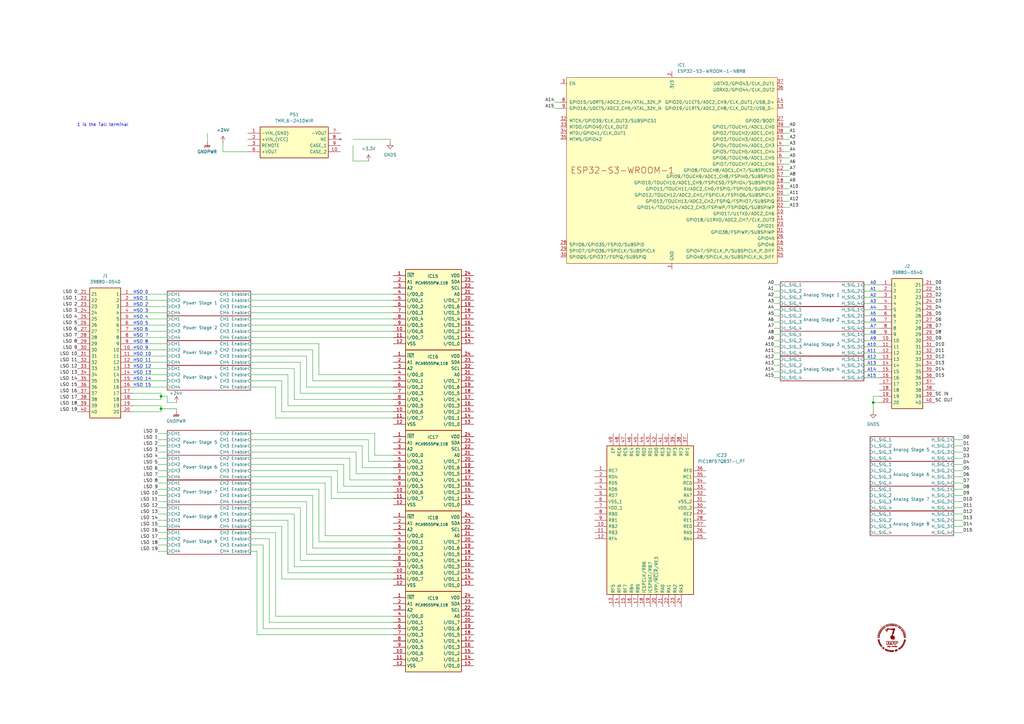
<source format=kicad_sch>
(kicad_sch (version 20231120) (generator "eeschema") (generator_version "8.0")
  (paper "A3")
  (title_block (title "PLC CIM") (date "2023-04-23") (rev "1") (company "UPB - FIIR - Roboți și sisteme de producție") (comment 1 "Alexandru-Ioan Anastasiu"))
  (lib_symbols
    (symbol "39880-0540:39880-0540"
      (property "Reference" "J" (at 19.05 7.62 0))
      (property "Value" "39880-0540" (at 19.05 5.08 0))
      (symbol "39880-0540_1_1"
        (pin passive line (at 22.86 0 180) (length 5.08) (name "1") (number "1"))
        (pin passive line (at 22.86 -22.86 180) (length 5.08) (name "10") (number "10"))
        (pin passive line (at 22.86 -25.4 180) (length 5.08) (name "11") (number "11"))
        (pin passive line (at 22.86 -27.94 180) (length 5.08) (name "12") (number "12"))
        (pin passive line (at 22.86 -30.48 180) (length 5.08) (name "13") (number "13"))
        (pin passive line (at 22.86 -33.02 180) (length 5.08) (name "14") (number "14"))
        (pin passive line (at 22.86 -35.56 180) (length 5.08) (name "15") (number "15"))
        (pin passive line (at 22.86 -38.1 180) (length 5.08) (name "16") (number "16"))
        (pin passive line (at 22.86 -40.64 180) (length 5.08) (name "17") (number "17"))
        (pin passive line (at 22.86 -43.18 180) (length 5.08) (name "18") (number "18"))
        (pin passive line (at 22.86 -45.72 180) (length 5.08) (name "19") (number "19"))
        (pin passive line (at 22.86 -2.54 180) (length 5.08) (name "2") (number "2"))
        (pin passive line (at 22.86 -48.26 180) (length 5.08) (name "20") (number "20"))
        (pin passive line (at 0 0 0) (length 5.08) (name "21") (number "21"))
        (pin passive line (at 0 -2.54 0) (length 5.08) (name "22") (number "22"))
        (pin passive line (at 0 -5.08 0) (length 5.08) (name "23") (number "23"))
        (pin passive line (at 0 -7.62 0) (length 5.08) (name "24") (number "24"))
        (pin passive line (at 0 -10.16 0) (length 5.08) (name "25") (number "25"))
        (pin passive line (at 0 -12.7 0) (length 5.08) (name "26") (number "26"))
        (pin passive line (at 0 -15.24 0) (length 5.08) (name "27") (number "27"))
        (pin passive line (at 0 -17.78 0) (length 5.08) (name "28") (number "28"))
        (pin passive line (at 0 -20.32 0) (length 5.08) (name "29") (number "29"))
        (pin passive line (at 22.86 -5.08 180) (length 5.08) (name "3") (number "3"))
        (pin passive line (at 0 -22.86 0) (length 5.08) (name "30") (number "30"))
        (pin passive line (at 0 -25.4 0) (length 5.08) (name "31") (number "31"))
        (pin passive line (at 0 -27.94 0) (length 5.08) (name "32") (number "32"))
        (pin passive line (at 0 -30.48 0) (length 5.08) (name "33") (number "33"))
        (pin passive line (at 0 -33.02 0) (length 5.08) (name "34") (number "34"))
        (pin passive line (at 0 -35.56 0) (length 5.08) (name "35") (number "35"))
        (pin passive line (at 0 -38.1 0) (length 5.08) (name "36") (number "36"))
        (pin passive line (at 0 -40.64 0) (length 5.08) (name "37") (number "37"))
        (pin passive line (at 0 -43.18 0) (length 5.08) (name "38") (number "38"))
        (pin passive line (at 0 -45.72 0) (length 5.08) (name "39") (number "39"))
        (pin passive line (at 22.86 -7.62 180) (length 5.08) (name "4") (number "4"))
        (pin passive line (at 0 -48.26 0) (length 5.08) (name "40") (number "40"))
        (pin passive line (at 22.86 -10.16 180) (length 5.08) (name "5") (number "5"))
        (pin passive line (at 22.86 -12.7 180) (length 5.08) (name "6") (number "6"))
        (pin passive line (at 22.86 -15.24 180) (length 5.08) (name "7") (number "7"))
        (pin passive line (at 22.86 -17.78 180) (length 5.08) (name "8") (number "8"))
        (pin passive line (at 22.86 -20.32 180) (length 5.08) (name "9") (number "9"))
      )
    )
    (symbol "Espressif:ESP32-S3-WROOM-1" (pin_names (offset 1.016))
      (property "Reference" "U" (at -43.18 43.18 0))
      (property "Value" "ESP32-S3-WROOM-1" (at -43.18 40.64 0))
      (symbol "ESP32-S3-WROOM-1_0_0"
        (text "ESP32-S3-WROOM-1" (at -20.32 0 0) (effects (font (size 2.54 2.54))))
        (pin power_in line (at 0 -40.64 90) (length 2.54) (name "GND") (number "1"))
        (pin bidirectional line (at 45.72 -17.78 180) (length 2.54) (name "GPIO17/U1TXD/ADC2_CH6") (number "10"))
        (pin bidirectional line (at 45.72 -20.32 180) (length 2.54) (name "GPIO18/U1RXD/ADC2_CH7/CLK_OUT3") (number "11"))
        (pin bidirectional line (at 45.72 0 180) (length 2.54) (name "GPIO8/TOUCH8/ADC1_CH7/SUBSPICS1") (number "12"))
        (pin bidirectional line (at 45.72 25.4 180) (length 2.54) (name "GPIO19/U1RTS/ADC2_CH8/CLK_OUT2/USB_D-") (number "13"))
        (pin bidirectional line (at 45.72 27.94 180) (length 2.54) (name "GPIO20/U1CTS/ADC2_CH9/CLK_OUT1/USB_D+") (number "14"))
        (pin bidirectional line (at 45.72 12.7 180) (length 2.54) (name "GPIO3/TOUCH3/ADC1_CH2") (number "15"))
        (pin bidirectional line (at 45.72 -30.48 180) (length 2.54) (name "GPIO46") (number "16"))
        (pin bidirectional line (at 45.72 -2.54 180) (length 2.54) (name "GPIO9/TOUCH9/ADC1_CH8/FSPIHD/SUBSPIHD") (number "17"))
        (pin bidirectional line (at 45.72 -5.08 180) (length 2.54) (name "GPIO10/TOUCH10/ADC1_CH9/FSPICS0/FSPIIO4/SUBSPICS0") (number "18"))
        (pin bidirectional line (at 45.72 -7.62 180) (length 2.54) (name "GPIO11/TOUCH11/ADC2_CH0/FSPID/FSPIIO5/SUBSPID") (number "19"))
        (pin power_in line (at 0 40.64 270) (length 2.54) (name "3V3") (number "2"))
        (pin bidirectional line (at 45.72 -10.16 180) (length 2.54) (name "GPIO12/TOUCH12/ADC2_CH1/FSPICLK/FSPIIO6/SUBSPICLK") (number "20"))
        (pin bidirectional line (at 45.72 -12.7 180) (length 2.54) (name "GPIO13/TOUCH13/ADC2_CH2/FSPIQ/FSPIIO7/SUBSPIQ") (number "21"))
        (pin bidirectional line (at 45.72 -15.24 180) (length 2.54) (name "GPIO14/TOUCH14/ADC2_CH3/FSPIWP/FSPIDQS/SUBSPIWP") (number "22"))
        (pin bidirectional line (at 45.72 -22.86 180) (length 2.54) (name "GPIO21") (number "23"))
        (pin bidirectional line (at 45.72 -33.02 180) (length 2.54) (name "GPIO47/SPICLK_P/SUBSPICLK_P_DIFF") (number "24"))
        (pin bidirectional line (at 45.72 -35.56 180) (length 2.54) (name "GPIO48/SPICLK_N/SUBSPICLK_N_DIFF") (number "25"))
        (pin bidirectional line (at 45.72 -27.94 180) (length 2.54) (name "GPIO45") (number "26"))
        (pin bidirectional line (at 45.72 20.32 180) (length 2.54) (name "GPIO0/BOOT") (number "27"))
        (pin bidirectional line (at -45.72 -30.48 0) (length 2.54) (name "SPIIO6/GPIO35/FSPID/SUBSPID") (number "28"))
        (pin bidirectional line (at -45.72 -33.02 0) (length 2.54) (name "SPIIO7/GPIO36/FSPICLK/SUBSPICLK") (number "29"))
        (pin input line (at -45.72 35.56 0) (length 2.54) (name "EN") (number "3"))
        (pin bidirectional line (at -45.72 -35.56 0) (length 2.54) (name "SPIDQS/GPIO37/FSPIQ/SUBSPIQ") (number "30"))
        (pin bidirectional line (at 45.72 -25.4 180) (length 2.54) (name "GPIO38/FSPIWP/SUBSPIWP") (number "31"))
        (pin bidirectional line (at -45.72 20.32 0) (length 2.54) (name "MTCK/GPIO39/CLK_OUT3/SUBSPICS1") (number "32"))
        (pin bidirectional line (at -45.72 17.78 0) (length 2.54) (name "MTDO/GPIO40/CLK_OUT2") (number "33"))
        (pin bidirectional line (at -45.72 15.24 0) (length 2.54) (name "MTDI/GPIO41/CLK_OUT1") (number "34"))
        (pin bidirectional line (at -45.72 12.7 0) (length 2.54) (name "MTMS/GPIO42") (number "35"))
        (pin bidirectional line (at 45.72 33.02 180) (length 2.54) (name "U0RXD/GPIO44/CLK_OUT2") (number "36"))
        (pin bidirectional line (at 45.72 35.56 180) (length 2.54) (name "U0TXD/GPIO43/CLK_OUT1") (number "37"))
        (pin bidirectional line (at 45.72 15.24 180) (length 2.54) (name "GPIO2/TOUCH2/ADC1_CH1") (number "38"))
        (pin bidirectional line (at 45.72 17.78 180) (length 2.54) (name "GPIO1/TOUCH1/ADC1_CH0") (number "39"))
        (pin bidirectional line (at 45.72 10.16 180) (length 2.54) (name "GPIO4/TOUCH4/ADC1_CH3") (number "4"))
        (pin passive line (at 0 -40.64 90) (length 2.54) hide (name "GND") (number "40"))
        (pin passive line (at 0 -40.64 90) (length 2.54) hide (name "GND") (number "41"))
        (pin bidirectional line (at 45.72 7.62 180) (length 2.54) (name "GPIO5/TOUCH5/ADC1_CH4") (number "5"))
        (pin bidirectional line (at 45.72 5.08 180) (length 2.54) (name "GPIO6/TOUCH6/ADC1_CH5") (number "6"))
        (pin bidirectional line (at 45.72 2.54 180) (length 2.54) (name "GPIO7/TOUCH7/ADC1_CH6") (number "7"))
        (pin bidirectional line (at -45.72 27.94 0) (length 2.54) (name "GPIO15/U0RTS/ADC2_CH4/XTAL_32K_P") (number "8"))
        (pin bidirectional line (at -45.72 25.4 0) (length 2.54) (name "GPIO16/U0CTS/ADC2_CH5/XTAL_32K_N") (number "9"))
      )
    )
    (symbol "PCA9555PW_118:PCA9555PW,118"
      (property "Reference" "IC" (at 29.21 7.62 0))
      (property "Value" "PCA9555PW,118" (at 29.21 5.08 0))
      (symbol "PCA9555PW,118_1_1"
        (pin passive line (at 0 0 0) (length 5.08) (name "~{INT}") (number "1"))
        (pin passive line (at 0 -22.86 0) (length 5.08) (name "I/O0_6") (number "10"))
        (pin passive line (at 0 -25.4 0) (length 5.08) (name "I/O0_7") (number "11"))
        (pin passive line (at 0 -27.94 0) (length 5.08) (name "VSS") (number "12"))
        (pin passive line (at 33.02 -27.94 180) (length 5.08) (name "I/O1_0") (number "13"))
        (pin passive line (at 33.02 -25.4 180) (length 5.08) (name "I/O1_1") (number "14"))
        (pin passive line (at 33.02 -22.86 180) (length 5.08) (name "I/O1_2") (number "15"))
        (pin passive line (at 33.02 -20.32 180) (length 5.08) (name "I/O1_3") (number "16"))
        (pin passive line (at 33.02 -17.78 180) (length 5.08) (name "I/O1_4") (number "17"))
        (pin passive line (at 33.02 -15.24 180) (length 5.08) (name "I/O1_5") (number "18"))
        (pin passive line (at 33.02 -12.7 180) (length 5.08) (name "I/O1_6") (number "19"))
        (pin passive line (at 0 -2.54 0) (length 5.08) (name "A1") (number "2"))
        (pin passive line (at 33.02 -10.16 180) (length 5.08) (name "I/O1_7") (number "20"))
        (pin passive line (at 33.02 -7.62 180) (length 5.08) (name "A0") (number "21"))
        (pin passive line (at 33.02 -5.08 180) (length 5.08) (name "SCL") (number "22"))
        (pin passive line (at 33.02 -2.54 180) (length 5.08) (name "SDA") (number "23"))
        (pin passive line (at 33.02 0 180) (length 5.08) (name "VDD") (number "24"))
        (pin passive line (at 0 -5.08 0) (length 5.08) (name "A2") (number "3"))
        (pin passive line (at 0 -7.62 0) (length 5.08) (name "I/O0_0") (number "4"))
        (pin passive line (at 0 -10.16 0) (length 5.08) (name "I/O0_1") (number "5"))
        (pin passive line (at 0 -12.7 0) (length 5.08) (name "I/O0_2") (number "6"))
        (pin passive line (at 0 -15.24 0) (length 5.08) (name "I/O0_3") (number "7"))
        (pin passive line (at 0 -17.78 0) (length 5.08) (name "I/O0_4") (number "8"))
        (pin passive line (at 0 -20.32 0) (length 5.08) (name "I/O0_5") (number "9"))
      )
    )
    (symbol "PIC18F57Q83T-I_PT:PIC18F57Q83T-I_PT"
      (property "Reference" "IC" (at 41.91 15.24 0))
      (property "Value" "PIC18F57Q83T-I_PT" (at 41.91 12.7 0))
      (symbol "PIC18F57Q83T-I_PT_1_1"
        (pin passive line (at 0 0 0) (length 5.08) (name "RC7") (number "1"))
        (pin passive line (at 0 -22.86 0) (length 5.08) (name "RB2") (number "10"))
        (pin passive line (at 0 -25.4 0) (length 5.08) (name "RB3") (number "11"))
        (pin passive line (at 0 -27.94 0) (length 5.08) (name "RF4") (number "12"))
        (pin passive line (at 7.62 -55.88 90) (length 5.08) (name "RF5") (number "13"))
        (pin passive line (at 10.16 -55.88 90) (length 5.08) (name "RF6") (number "14"))
        (pin passive line (at 12.7 -55.88 90) (length 5.08) (name "RF7") (number "15"))
        (pin passive line (at 15.24 -55.88 90) (length 5.08) (name "RB4") (number "16"))
        (pin passive line (at 17.78 -55.88 90) (length 5.08) (name "RB5") (number "17"))
        (pin passive line (at 20.32 -55.88 90) (length 5.08) (name "ICSPCLK/RB6") (number "18"))
        (pin passive line (at 22.86 -55.88 90) (length 5.08) (name "ICSPDAT/RB7") (number "19"))
        (pin passive line (at 0 -2.54 0) (length 5.08) (name "RD4") (number "2"))
        (pin passive line (at 25.4 -55.88 90) (length 5.08) (name "VPP/~{MCLR}/RE3") (number "20"))
        (pin passive line (at 27.94 -55.88 90) (length 5.08) (name "RA0") (number "21"))
        (pin passive line (at 30.48 -55.88 90) (length 5.08) (name "RA1") (number "22"))
        (pin passive line (at 33.02 -55.88 90) (length 5.08) (name "RA2") (number "23"))
        (pin passive line (at 35.56 -55.88 90) (length 5.08) (name "RA3") (number "24"))
        (pin passive line (at 45.72 -27.94 180) (length 5.08) (name "RA4") (number "25"))
        (pin passive line (at 45.72 -25.4 180) (length 5.08) (name "RA5") (number "26"))
        (pin passive line (at 45.72 -22.86 180) (length 5.08) (name "RE0") (number "27"))
        (pin passive line (at 45.72 -20.32 180) (length 5.08) (name "RE1") (number "28"))
        (pin passive line (at 45.72 -17.78 180) (length 5.08) (name "RE2") (number "29"))
        (pin passive line (at 0 -5.08 0) (length 5.08) (name "RD5") (number "3"))
        (pin passive line (at 45.72 -15.24 180) (length 5.08) (name "VDD_2") (number "30"))
        (pin passive line (at 45.72 -12.7 180) (length 5.08) (name "VSS_2") (number "31"))
        (pin passive line (at 45.72 -10.16 180) (length 5.08) (name "RA7") (number "32"))
        (pin passive line (at 45.72 -7.62 180) (length 5.08) (name "RA6") (number "33"))
        (pin passive line (at 45.72 -5.08 180) (length 5.08) (name "RC0") (number "34"))
        (pin passive line (at 45.72 -2.54 180) (length 5.08) (name "RC1") (number "35"))
        (pin passive line (at 45.72 0 180) (length 5.08) (name "RF0") (number "36"))
        (pin passive line (at 38.1 15.24 270) (length 5.08) (name "RF1") (number "37"))
        (pin passive line (at 35.56 15.24 270) (length 5.08) (name "RF2") (number "38"))
        (pin passive line (at 33.02 15.24 270) (length 5.08) (name "RF3") (number "39"))
        (pin passive line (at 0 -7.62 0) (length 5.08) (name "RD6") (number "4"))
        (pin passive line (at 30.48 15.24 270) (length 5.08) (name "RC2") (number "40"))
        (pin passive line (at 27.94 15.24 270) (length 5.08) (name "RC3") (number "41"))
        (pin passive line (at 25.4 15.24 270) (length 5.08) (name "RD0") (number "42"))
        (pin passive line (at 22.86 15.24 270) (length 5.08) (name "RD1") (number "43"))
        (pin passive line (at 20.32 15.24 270) (length 5.08) (name "RD2") (number "44"))
        (pin passive line (at 17.78 15.24 270) (length 5.08) (name "RD3") (number "45"))
        (pin passive line (at 15.24 15.24 270) (length 5.08) (name "RC4") (number "46"))
        (pin passive line (at 12.7 15.24 270) (length 5.08) (name "RC5") (number "47"))
        (pin passive line (at 10.16 15.24 270) (length 5.08) (name "RC6") (number "48"))
        (pin passive line (at 7.62 15.24 270) (length 5.08) (name "EP") (number "49"))
        (pin passive line (at 0 -10.16 0) (length 5.08) (name "RD7") (number "5"))
        (pin passive line (at 0 -12.7 0) (length 5.08) (name "VSS_1") (number "6"))
        (pin passive line (at 0 -15.24 0) (length 5.08) (name "VDD_1") (number "7"))
        (pin passive line (at 0 -17.78 0) (length 5.08) (name "RB0") (number "8"))
        (pin passive line (at 0 -20.32 0) (length 5.08) (name "RB1") (number "9"))
      )
    )
    (symbol "TMR_6-2410WIR:TMR_6-2410WIR"
      (property "Reference" "PS" (at 34.29 7.62 0))
      (property "Value" "TMR_6-2410WIR" (at 34.29 5.08 0))
      (symbol "TMR_6-2410WIR_1_1"
        (pin passive line (at 0 0 0) (length 5.08) (name "-VIN_(GND)") (number "1"))
        (pin passive line (at 38.1 -7.62 180) (length 5.08) (name "CASE_2") (number "10"))
        (pin passive line (at 0 -2.54 0) (length 5.08) (name "+VIN_(VCC)") (number "2"))
        (pin passive line (at 0 -5.08 0) (length 5.08) (name "REMOTE") (number "3"))
        (pin passive line (at 0 -7.62 0) (length 5.08) (name "+VOUT") (number "6"))
        (pin passive line (at 38.1 0 180) (length 5.08) (name "-VOUT") (number "7"))
        (pin no_connect line (at 38.1 -2.54 180) (length 5.08) (name "NC") (number "8"))
        (pin passive line (at 38.1 -5.08 180) (length 5.08) (name "CASE_1") (number "9"))
      )
    )
    (symbol "logoRSP:LOGO" (pin_names (offset 1.016)))
    (symbol "power:+24V" (power) (pin_numbers hide) (pin_names (offset 0) hide)
      (property "Value" "+24V" (at 0 3.556 0))
      (symbol "+24V_1_1"
        (pin power_in line (at 0 0 90) (length 0) (name "~") (number "1"))
      )
    )
    (symbol "power:+3.3V" (power) (pin_numbers hide) (pin_names (offset 0) hide)
      (property "Value" "+3.3V" (at 0 3.556 0))
      (symbol "+3.3V_1_1"
        (pin power_in line (at 0 0 90) (length 0) (name "~") (number "1"))
      )
    )
    (symbol "power:GNDPWR" (power) (pin_numbers hide) (pin_names (offset 0) hide)
      (property "Value" "GNDPWR" (at 0 -3.302 0))
      (symbol "GNDPWR_1_1"
        (pin power_in line (at 0 0 270) (length 0) (name "~") (number "1"))
      )
    )
    (symbol "power:GNDS" (power) (pin_numbers hide) (pin_names (offset 0) hide)
      (property "Value" "GNDS" (at 0 -3.81 0))
      (symbol "GNDS_1_1"
        (pin power_in line (at 0 0 270) (length 0) (name "~") (number "1"))
      )
    )
  )
  (junction (at 66.04 167.64))
  (junction (at 66.04 162.56))
  (junction (at 358.14 165.1))
  (wire (pts (xy 120.65 151.13) (xy 102.87 151.13)))
  (wire (pts (xy 123.19 208.28) (xy 123.19 229.87)))
  (wire (pts (xy 54.61 140.97) (xy 68.58 140.97)))
  (wire (pts (xy 54.61 146.05) (xy 68.58 146.05)))
  (wire (pts (xy 64.77 180.34) (xy 68.58 180.34)))
  (wire (pts (xy 125.73 205.74) (xy 125.73 227.33)))
  (wire (pts (xy 110.49 220.98) (xy 110.49 255.27)))
  (wire (pts (xy 118.11 166.37) (xy 118.11 153.67)))
  (wire (pts (xy 317.5 139.7) (xy 320.04 139.7)))
  (wire (pts (xy 391.16 198.12) (xy 394.97 198.12)))
  (wire (pts (xy 321.31 54.61) (xy 323.85 54.61)))
  (wire (pts (xy 102.87 226.06) (xy 105.41 226.06)))
  (wire (pts (xy 161.29 171.45) (xy 113.03 171.45)))
  (wire (pts (xy 85.09 54.61) (xy 85.09 58.42)))
  (wire (pts (xy 130.81 200.66) (xy 130.81 222.25)))
  (wire (pts (xy 115.57 168.91) (xy 161.29 168.91)))
  (wire (pts (xy 354.33 142.24) (xy 360.68 142.24)))
  (wire (pts (xy 54.61 130.81) (xy 68.58 130.81)))
  (wire (pts (xy 321.31 57.15) (xy 323.85 57.15)))
  (wire (pts (xy 354.33 134.62) (xy 360.68 134.62)))
  (wire (pts (xy 54.61 158.75) (xy 68.58 158.75)))
  (wire (pts (xy 317.5 116.84) (xy 320.04 116.84)))
  (wire (pts (xy 54.61 163.83) (xy 66.04 163.83)))
  (wire (pts (xy 146.05 185.42) (xy 146.05 194.31)))
  (wire (pts (xy 54.61 128.27) (xy 68.58 128.27)))
  (wire (pts (xy 143.51 196.85) (xy 161.29 196.85)))
  (wire (pts (xy 102.87 120.65) (xy 161.29 120.65)))
  (wire (pts (xy 68.58 162.56) (xy 68.58 165.1)))
  (wire (pts (xy 135.89 204.47) (xy 161.29 204.47)))
  (wire (pts (xy 102.87 182.88) (xy 148.59 182.88)))
  (wire (pts (xy 354.33 149.86) (xy 360.68 149.86)))
  (wire (pts (xy 54.61 138.43) (xy 68.58 138.43)))
  (wire (pts (xy 354.33 124.46) (xy 360.68 124.46)))
  (wire (pts (xy 113.03 218.44) (xy 113.03 252.73)))
  (wire (pts (xy 354.33 137.16) (xy 360.68 137.16)))
  (wire (pts (xy 64.77 218.44) (xy 68.58 218.44)))
  (wire (pts (xy 113.03 171.45) (xy 113.03 158.75)))
  (wire (pts (xy 64.77 182.88) (xy 68.58 182.88)))
  (wire (pts (xy 140.97 199.39) (xy 161.29 199.39)))
  (wire (pts (xy 317.5 137.16) (xy 320.04 137.16)))
  (wire (pts (xy 317.5 121.92) (xy 320.04 121.92)))
  (wire (pts (xy 54.61 156.21) (xy 68.58 156.21)))
  (wire (pts (xy 317.5 129.54) (xy 320.04 129.54)))
  (wire (pts (xy 102.87 218.44) (xy 113.03 218.44)))
  (wire (pts (xy 64.77 226.06) (xy 68.58 226.06)))
  (wire (pts (xy 102.87 130.81) (xy 161.29 130.81)))
  (wire (pts (xy 133.35 219.71) (xy 161.29 219.71)))
  (wire (pts (xy 54.61 120.65) (xy 68.58 120.65)))
  (wire (pts (xy 144.78 57.15) (xy 160.02 57.15)))
  (wire (pts (xy 153.67 177.8) (xy 153.67 186.69)))
  (wire (pts (xy 161.29 153.67) (xy 130.81 153.67)))
  (wire (pts (xy 354.33 129.54) (xy 360.68 129.54)))
  (wire (pts (xy 64.77 195.58) (xy 68.58 195.58)))
  (wire (pts (xy 102.87 133.35) (xy 161.29 133.35)))
  (wire (pts (xy 153.67 186.69) (xy 161.29 186.69)))
  (wire (pts (xy 113.03 158.75) (xy 102.87 158.75)))
  (wire (pts (xy 354.33 127) (xy 360.68 127)))
  (wire (pts (xy 161.29 158.75) (xy 125.73 158.75)))
  (wire (pts (xy 321.31 82.55) (xy 323.85 82.55)))
  (wire (pts (xy 72.39 167.64) (xy 72.39 168.91)))
  (wire (pts (xy 130.81 153.67) (xy 130.81 140.97)))
  (wire (pts (xy 64.77 208.28) (xy 68.58 208.28)))
  (wire (pts (xy 391.16 205.74) (xy 394.97 205.74)))
  (wire (pts (xy 227.33 41.91) (xy 229.87 41.91)))
  (wire (pts (xy 120.65 232.41) (xy 161.29 232.41)))
  (wire (pts (xy 125.73 146.05) (xy 102.87 146.05)))
  (wire (pts (xy 161.29 166.37) (xy 118.11 166.37)))
  (wire (pts (xy 102.87 223.52) (xy 107.95 223.52)))
  (wire (pts (xy 123.19 229.87) (xy 161.29 229.87)))
  (wire (pts (xy 128.27 156.21) (xy 161.29 156.21)))
  (wire (pts (xy 64.77 193.04) (xy 68.58 193.04)))
  (wire (pts (xy 317.5 142.24) (xy 320.04 142.24)))
  (wire (pts (xy 161.29 163.83) (xy 120.65 163.83)))
  (wire (pts (xy 107.95 257.81) (xy 161.29 257.81)))
  (wire (pts (xy 54.61 161.29) (xy 66.04 161.29)))
  (wire (pts (xy 391.16 203.2) (xy 394.97 203.2)))
  (wire (pts (xy 391.16 210.82) (xy 394.97 210.82)))
  (wire (pts (xy 66.04 162.56) (xy 66.04 161.29)))
  (wire (pts (xy 354.33 152.4) (xy 360.68 152.4)))
  (wire (pts (xy 125.73 158.75) (xy 125.73 146.05)))
  (wire (pts (xy 102.87 205.74) (xy 125.73 205.74)))
  (wire (pts (xy 354.33 144.78) (xy 360.68 144.78)))
  (wire (pts (xy 120.65 163.83) (xy 120.65 151.13)))
  (wire (pts (xy 54.61 151.13) (xy 68.58 151.13)))
  (wire (pts (xy 64.77 177.8) (xy 68.58 177.8)))
  (wire (pts (xy 113.03 252.73) (xy 161.29 252.73)))
  (wire (pts (xy 391.16 208.28) (xy 394.97 208.28)))
  (wire (pts (xy 354.33 116.84) (xy 360.68 116.84)))
  (wire (pts (xy 160.02 57.15) (xy 160.02 58.42)))
  (wire (pts (xy 354.33 139.7) (xy 360.68 139.7)))
  (wire (pts (xy 144.78 66.04) (xy 151.13 66.04)))
  (wire (pts (xy 391.16 185.42) (xy 394.97 185.42)))
  (wire (pts (xy 144.78 59.69) (xy 144.78 66.04)))
  (wire (pts (xy 317.5 144.78) (xy 320.04 144.78)))
  (wire (pts (xy 391.16 200.66) (xy 394.97 200.66)))
  (wire (pts (xy 54.61 148.59) (xy 68.58 148.59)))
  (wire (pts (xy 102.87 187.96) (xy 143.51 187.96)))
  (wire (pts (xy 317.5 132.08) (xy 320.04 132.08)))
  (wire (pts (xy 102.87 213.36) (xy 118.11 213.36)))
  (wire (pts (xy 321.31 77.47) (xy 323.85 77.47)))
  (wire (pts (xy 64.77 213.36) (xy 68.58 213.36)))
  (wire (pts (xy 102.87 198.12) (xy 133.35 198.12)))
  (wire (pts (xy 391.16 193.04) (xy 394.97 193.04)))
  (wire (pts (xy 130.81 222.25) (xy 161.29 222.25)))
  (wire (pts (xy 118.11 234.95) (xy 161.29 234.95)))
  (wire (pts (xy 54.61 166.37) (xy 66.04 166.37)))
  (wire (pts (xy 138.43 193.04) (xy 138.43 201.93)))
  (wire (pts (xy 317.5 127) (xy 320.04 127)))
  (wire (pts (xy 317.5 119.38) (xy 320.04 119.38)))
  (wire (pts (xy 102.87 128.27) (xy 161.29 128.27)))
  (wire (pts (xy 138.43 201.93) (xy 161.29 201.93)))
  (wire (pts (xy 358.14 165.1) (xy 358.14 168.91)))
  (wire (pts (xy 140.97 190.5) (xy 140.97 199.39)))
  (wire (pts (xy 321.31 72.39) (xy 323.85 72.39)))
  (wire (pts (xy 64.77 220.98) (xy 68.58 220.98)))
  (wire (pts (xy 151.13 189.23) (xy 161.29 189.23)))
  (wire (pts (xy 102.87 208.28) (xy 123.19 208.28)))
  (wire (pts (xy 391.16 180.34) (xy 394.97 180.34)))
  (wire (pts (xy 354.33 119.38) (xy 360.68 119.38)))
  (wire (pts (xy 123.19 148.59) (xy 123.19 161.29)))
  (wire (pts (xy 391.16 187.96) (xy 394.97 187.96)))
  (wire (pts (xy 54.61 135.89) (xy 68.58 135.89)))
  (wire (pts (xy 66.04 163.83) (xy 66.04 162.56)))
  (wire (pts (xy 143.51 187.96) (xy 143.51 196.85)))
  (wire (pts (xy 102.87 148.59) (xy 123.19 148.59)))
  (wire (pts (xy 66.04 162.56) (xy 68.58 162.56)))
  (wire (pts (xy 391.16 195.58) (xy 394.97 195.58)))
  (wire (pts (xy 102.87 210.82) (xy 120.65 210.82)))
  (wire (pts (xy 64.77 223.52) (xy 68.58 223.52)))
  (wire (pts (xy 391.16 213.36) (xy 394.97 213.36)))
  (wire (pts (xy 358.14 165.1) (xy 360.68 165.1)))
  (wire (pts (xy 358.14 162.56) (xy 358.14 165.1)))
  (wire (pts (xy 91.44 62.23) (xy 101.6 62.23)))
  (wire (pts (xy 102.87 138.43) (xy 161.29 138.43)))
  (wire (pts (xy 102.87 215.9) (xy 115.57 215.9)))
  (wire (pts (xy 321.31 69.85) (xy 323.85 69.85)))
  (wire (pts (xy 105.41 260.35) (xy 161.29 260.35)))
  (wire (pts (xy 321.31 80.01) (xy 323.85 80.01)))
  (wire (pts (xy 354.33 154.94) (xy 360.68 154.94)))
  (wire (pts (xy 133.35 198.12) (xy 133.35 219.71)))
  (wire (pts (xy 148.59 182.88) (xy 148.59 191.77)))
  (wire (pts (xy 321.31 52.07) (xy 323.85 52.07)))
  (wire (pts (xy 54.61 153.67) (xy 68.58 153.67)))
  (wire (pts (xy 227.33 44.45) (xy 229.87 44.45)))
  (wire (pts (xy 321.31 64.77) (xy 323.85 64.77)))
  (wire (pts (xy 102.87 185.42) (xy 146.05 185.42)))
  (wire (pts (xy 54.61 143.51) (xy 68.58 143.51)))
  (wire (pts (xy 102.87 203.2) (xy 128.27 203.2)))
  (wire (pts (xy 317.5 149.86) (xy 320.04 149.86)))
  (wire (pts (xy 148.59 191.77) (xy 161.29 191.77)))
  (wire (pts (xy 54.61 133.35) (xy 68.58 133.35)))
  (wire (pts (xy 128.27 224.79) (xy 161.29 224.79)))
  (wire (pts (xy 107.95 223.52) (xy 107.95 257.81)))
  (wire (pts (xy 146.05 194.31) (xy 161.29 194.31)))
  (wire (pts (xy 115.57 237.49) (xy 161.29 237.49)))
  (wire (pts (xy 102.87 143.51) (xy 128.27 143.51)))
  (wire (pts (xy 317.5 154.94) (xy 320.04 154.94)))
  (wire (pts (xy 391.16 190.5) (xy 394.97 190.5)))
  (wire (pts (xy 66.04 167.64) (xy 66.04 168.91)))
  (wire (pts (xy 102.87 135.89) (xy 161.29 135.89)))
  (wire (pts (xy 115.57 215.9) (xy 115.57 237.49)))
  (wire (pts (xy 66.04 166.37) (xy 66.04 167.64)))
  (wire (pts (xy 317.5 134.62) (xy 320.04 134.62)))
  (wire (pts (xy 123.19 161.29) (xy 161.29 161.29)))
  (wire (pts (xy 102.87 200.66) (xy 130.81 200.66)))
  (wire (pts (xy 68.58 165.1) (xy 72.39 165.1)))
  (wire (pts (xy 128.27 203.2) (xy 128.27 224.79)))
  (wire (pts (xy 151.13 180.34) (xy 151.13 189.23)))
  (wire (pts (xy 54.61 123.19) (xy 68.58 123.19)))
  (wire (pts (xy 102.87 190.5) (xy 140.97 190.5)))
  (wire (pts (xy 321.31 74.93) (xy 323.85 74.93)))
  (wire (pts (xy 391.16 215.9) (xy 394.97 215.9)))
  (wire (pts (xy 64.77 210.82) (xy 68.58 210.82)))
  (wire (pts (xy 102.87 156.21) (xy 115.57 156.21)))
  (wire (pts (xy 64.77 198.12) (xy 68.58 198.12)))
  (wire (pts (xy 118.11 213.36) (xy 118.11 234.95)))
  (wire (pts (xy 135.89 195.58) (xy 135.89 204.47)))
  (wire (pts (xy 54.61 168.91) (xy 66.04 168.91)))
  (wire (pts (xy 321.31 85.09) (xy 323.85 85.09)))
  (wire (pts (xy 317.5 124.46) (xy 320.04 124.46)))
  (wire (pts (xy 128.27 143.51) (xy 128.27 156.21)))
  (wire (pts (xy 64.77 190.5) (xy 68.58 190.5)))
  (wire (pts (xy 64.77 187.96) (xy 68.58 187.96)))
  (wire (pts (xy 102.87 193.04) (xy 138.43 193.04)))
  (wire (pts (xy 64.77 200.66) (xy 68.58 200.66)))
  (wire (pts (xy 102.87 180.34) (xy 151.13 180.34)))
  (wire (pts (xy 354.33 132.08) (xy 360.68 132.08)))
  (wire (pts (xy 125.73 227.33) (xy 161.29 227.33)))
  (wire (pts (xy 118.11 153.67) (xy 102.87 153.67)))
  (wire (pts (xy 317.5 152.4) (xy 320.04 152.4)))
  (wire (pts (xy 321.31 67.31) (xy 323.85 67.31)))
  (wire (pts (xy 64.77 203.2) (xy 68.58 203.2)))
  (wire (pts (xy 102.87 177.8) (xy 153.67 177.8)))
  (wire (pts (xy 321.31 62.23) (xy 323.85 62.23)))
  (wire (pts (xy 64.77 185.42) (xy 68.58 185.42)))
  (wire (pts (xy 130.81 140.97) (xy 102.87 140.97)))
  (wire (pts (xy 354.33 121.92) (xy 360.68 121.92)))
  (wire (pts (xy 360.68 162.56) (xy 358.14 162.56)))
  (wire (pts (xy 66.04 167.64) (xy 72.39 167.64)))
  (wire (pts (xy 102.87 125.73) (xy 161.29 125.73)))
  (wire (pts (xy 102.87 220.98) (xy 110.49 220.98)))
  (wire (pts (xy 115.57 156.21) (xy 115.57 168.91)))
  (wire (pts (xy 120.65 210.82) (xy 120.65 232.41)))
  (wire (pts (xy 391.16 218.44) (xy 394.97 218.44)))
  (wire (pts (xy 54.61 125.73) (xy 68.58 125.73)))
  (wire (pts (xy 105.41 226.06) (xy 105.41 260.35)))
  (wire (pts (xy 102.87 195.58) (xy 135.89 195.58)))
  (wire (pts (xy 317.5 147.32) (xy 320.04 147.32)))
  (wire (pts (xy 64.77 205.74) (xy 68.58 205.74)))
  (wire (pts (xy 102.87 123.19) (xy 161.29 123.19)))
  (wire (pts (xy 391.16 182.88) (xy 394.97 182.88)))
  (wire (pts (xy 110.49 255.27) (xy 161.29 255.27)))
  (wire (pts (xy 64.77 215.9) (xy 68.58 215.9)))
  (wire (pts (xy 354.33 147.32) (xy 360.68 147.32)))
  (wire (pts (xy 91.44 58.42) (xy 91.44 62.23)))
  (wire (pts (xy 321.31 59.69) (xy 323.85 59.69)))
  (text "HSO 4" (at 54.61 130.81 0) (effects (font (size 1.27 1.27)) (justify left bottom)))
  (text "HSO 11" (at 54.61 148.59 0) (effects (font (size 1.27 1.27)) (justify left bottom)))
  (text "HSO 0" (at 54.61 120.65 0) (effects (font (size 1.27 1.27)) (justify left bottom)))
  (text "A12" (at 359.41 147.32 0) (effects (font (size 1.27 1.27)) (justify right bottom)))
  (text "HSO 10" (at 54.61 146.05 0) (effects (font (size 1.27 1.27)) (justify left bottom)))
  (text "A4" (at 359.41 127 0) (effects (font (size 1.27 1.27)) (justify right bottom)))
  (text "HSO 15" (at 54.61 158.75 0) (effects (font (size 1.27 1.27)) (justify left bottom)))
  (text "HSO 12" (at 54.61 151.13 0) (effects (font (size 1.27 1.27)) (justify left bottom)))
  (text "A9" (at 359.41 139.7 0) (effects (font (size 1.27 1.27)) (justify right bottom)))
  (text "A14" (at 359.41 152.4 0) (effects (font (size 1.27 1.27)) (justify right bottom)))
  (text "A6" (at 359.41 132.08 0) (effects (font (size 1.27 1.27)) (justify right bottom)))
  (text "A1" (at 359.41 119.38 0) (effects (font (size 1.27 1.27)) (justify right bottom)))
  (text "1 is the Tall terminal\n" (at 42.164 51.308 0) (effects (font (size 1.27 1.27))))
  (text "A8" (at 359.41 137.16 0) (effects (font (size 1.27 1.27)) (justify right bottom)))
  (text "A5" (at 359.41 129.54 0) (effects (font (size 1.27 1.27)) (justify right bottom)))
  (text "HSO 13" (at 54.61 153.67 0) (effects (font (size 1.27 1.27)) (justify left bottom)))
  (text "A7" (at 359.41 134.62 0) (effects (font (size 1.27 1.27)) (justify right bottom)))
  (text "HSO 5" (at 54.61 133.35 0) (effects (font (size 1.27 1.27)) (justify left bottom)))
  (text "HSO 14" (at 54.61 156.21 0) (effects (font (size 1.27 1.27)) (justify left bottom)))
  (text "HSO 3" (at 54.61 128.27 0) (effects (font (size 1.27 1.27)) (justify left bottom)))
  (text "A13" (at 359.41 149.86 0) (effects (font (size 1.27 1.27)) (justify right bottom)))
  (text "A0" (at 359.41 116.84 0) (effects (font (size 1.27 1.27)) (justify right bottom)))
  (text "HSO 9" (at 54.61 143.51 0) (effects (font (size 1.27 1.27)) (justify left bottom)))
  (text "HSO 2" (at 54.61 125.73 0) (effects (font (size 1.27 1.27)) (justify left bottom)))
  (text "HSO 1" (at 54.61 123.19 0) (effects (font (size 1.27 1.27)) (justify left bottom)))
  (text "HSO 8" (at 54.61 140.97 0) (effects (font (size 1.27 1.27)) (justify left bottom)))
  (text "HSO 6" (at 54.61 135.89 0) (effects (font (size 1.27 1.27)) (justify left bottom)))
  (text "A2" (at 359.41 121.92 0) (effects (font (size 1.27 1.27)) (justify right bottom)))
  (text "A10" (at 359.41 142.24 0) (effects (font (size 1.27 1.27)) (justify right bottom)))
  (text "HSO 7" (at 54.61 138.43 0) (effects (font (size 1.27 1.27)) (justify left bottom)))
  (text "A3" (at 359.41 124.46 0) (effects (font (size 1.27 1.27)) (justify right bottom)))
  (text "A11" (at 359.41 144.78 0) (effects (font (size 1.27 1.27)) (justify right bottom)))
  (text "A15" (at 359.41 154.94 0) (effects (font (size 1.27 1.27)) (justify right bottom)))
  (label "D1" (at 383.54 119.38 0))
  (label "A12" (at 323.85 82.55 0))
  (label "LSO 6" (at 31.75 135.89 180))
  (label "LSO 12" (at 31.75 151.13 180))
  (label "LSO 16" (at 31.75 161.29 180))
  (label "A9" (at 317.5 139.7 180))
  (label "D15" (at 383.54 154.94 0))
  (label "A3" (at 323.85 59.69 0))
  (label "A5" (at 323.85 64.77 0))
  (label "D6" (at 394.97 195.58 0))
  (label "LSO 14" (at 31.75 156.21 180))
  (label "D14" (at 394.97 215.9 0))
  (label "A4" (at 317.5 127 180))
  (label "A6" (at 323.85 67.31 0))
  (label "LSO 15" (at 31.75 158.75 180))
  (label "D8" (at 394.97 200.66 0))
  (label "LSO 7" (at 31.75 138.43 180))
  (label "D0" (at 383.54 116.84 0))
  (label "LSO 3" (at 64.77 185.42 180))
  (label "A15" (at 317.5 154.94 180))
  (label "D10" (at 383.54 142.24 0))
  (label "A12" (at 317.5 147.32 180))
  (label "LSO 16" (at 64.77 218.44 180))
  (label "LSO 10" (at 64.77 203.2 180))
  (label "LSO 2" (at 64.77 182.88 180))
  (label "LSO 5" (at 31.75 133.35 180))
  (label "A1" (at 317.5 119.38 180))
  (label "D3" (at 383.54 124.46 0))
  (label "D2" (at 394.97 185.42 0))
  (label "LSO 11" (at 64.77 205.74 180))
  (label "D4" (at 394.97 190.5 0))
  (label "A10" (at 323.85 77.47 0))
  (label "A11" (at 323.85 80.01 0))
  (label "LSO 11" (at 31.75 148.59 180))
  (label "LSO 9" (at 64.77 200.66 180))
  (label "LSO 14" (at 64.77 213.36 180))
  (label "D1" (at 394.97 182.88 0))
  (label "LSO 19" (at 64.77 226.06 180))
  (label "D9" (at 383.54 139.7 0))
  (label "A2" (at 317.5 121.92 180))
  (label "D15" (at 394.97 218.44 0))
  (label "D12" (at 383.54 147.32 0))
  (label "SC OUT" (at 383.54 165.1 0))
  (label "LSO 9" (at 31.75 143.51 180))
  (label "LSO 12" (at 64.77 208.28 180))
  (label "A0" (at 317.5 116.84 180))
  (label "LSO 1" (at 64.77 180.34 180))
  (label "LSO 2" (at 31.75 125.73 180))
  (label "LSO 8" (at 31.75 140.97 180))
  (label "LSO 18" (at 64.77 223.52 180))
  (label "D5" (at 383.54 129.54 0))
  (label "A13" (at 317.5 149.86 180))
  (label "A6" (at 317.5 132.08 180))
  (label "D7" (at 394.97 198.12 0))
  (label "D13" (at 383.54 149.86 0))
  (label "D6" (at 383.54 132.08 0))
  (label "LSO 5" (at 64.77 190.5 180))
  (label "D8" (at 383.54 137.16 0))
  (label "LSO 18" (at 31.75 166.37 180))
  (label "A0" (at 323.85 52.07 0))
  (label "A8" (at 323.85 72.39 0))
  (label "LSO 19" (at 31.75 168.91 180))
  (label "D11" (at 394.97 208.28 0))
  (label "LSO 8" (at 64.77 198.12 180))
  (label "SC IN" (at 383.54 162.56 0))
  (label "LSO 17" (at 31.75 163.83 180))
  (label "LSO 4" (at 31.75 130.81 180))
  (label "A13" (at 323.85 85.09 0))
  (label "D7" (at 383.54 134.62 0))
  (label "LSO 17" (at 64.77 220.98 180))
  (label "D13" (at 394.97 213.36 0))
  (label "A7" (at 323.85 69.85 0))
  (label "A4" (at 323.85 62.23 0))
  (label "LSO 13" (at 64.77 210.82 180))
  (label "LSO 3" (at 31.75 128.27 180))
  (label "A10" (at 317.5 142.24 180))
  (label "A14" (at 317.5 152.4 180))
  (label "LSO 10" (at 31.75 146.05 180))
  (label "A5" (at 317.5 129.54 180))
  (label "D5" (at 394.97 193.04 0))
  (label "LSO 15" (at 64.77 215.9 180))
  (label "A11" (at 317.5 144.78 180))
  (label "D0" (at 394.97 180.34 0))
  (label "LSO 7" (at 64.77 195.58 180))
  (label "D2" (at 383.54 121.92 0))
  (label "A9" (at 323.85 74.93 0))
  (label "D14" (at 383.54 152.4 0))
  (label "D11" (at 383.54 144.78 0))
  (label "LSO 1" (at 31.75 123.19 180))
  (label "A1" (at 323.85 54.61 0))
  (label "LSO 0" (at 64.77 177.8 180))
  (label "LSO 6" (at 64.77 193.04 180))
  (label "D3" (at 394.97 187.96 0))
  (label "A14" (at 227.33 41.91 180))
  (label "LSO 4" (at 64.77 187.96 180))
  (label "D4" (at 383.54 127 0))
  (label "A2" (at 323.85 57.15 0))
  (label "D9" (at 394.97 203.2 0))
  (label "A3" (at 317.5 124.46 180))
  (label "D10" (at 394.97 205.74 0))
  (label "LSO 0" (at 31.75 120.65 180))
  (label "A7" (at 317.5 134.62 180))
  (label "A15" (at 227.33 44.45 180))
  (label "LSO 13" (at 31.75 153.67 180))
  (label "D12" (at 394.97 210.82 0))
  (label "A8" (at 317.5 137.16 180))
  (symbol (lib_id "power:+24V") (at 72.39 165.1 0) (unit 1)
    (property "Reference" "#PWR02" (effects (hide yes)))
    (property "Value" "+24V" (at 72.136 161.29 0))
    (property "Description" "Power symbol creates a global label with name \"+24V\"" (effects (hide yes)))
  )
  (symbol (lib_id "PCA9555PW_118:PCA9555PW,118") (at 161.29 146.05 0) (unit 1)
    (property "Reference" "IC16" (at 177.546 146.304 0))
    (property "Value" "PCA9555PW,118" (at 177.038 149.098 0) (effects (font (size 1.1 1.1))))
    (property "Footprint" "mod:SOP65P640X110-24N" (effects (hide yes)))
    (property "Datasheet" "http://www.nxp.com/docs/en/data-sheet/PCA9555.pdf" (effects (hide yes)))
    (property "Description" "NXP - PCA9555PW,118 - I/O EXPANDER, 16 BIT, 400KHZ, TSSOP24, FULL REEL" (effects (hide yes)))
    (property "Height" "1.1" (effects (hide yes)))
    (property "Mouser Part Number" "771-PCA9555PW-T" (effects (hide yes)))
    (property "Mouser Price/Stock" "https://www.mouser.co.uk/ProductDetail/NXP-Semiconductors/PCA9555PW118?qs=LOCUfHb8d9tg%2FDVhTFcZVQ%3D%3D" (effects (hide yes)))
    (property "Manufacturer_Name" "NXP" (effects (hide yes)))
    (property "Manufacturer_Part_Number" "PCA9555PW,118" (effects (hide yes)))
  )
  (symbol (lib_id "PCA9555PW_118:PCA9555PW,118") (at 161.29 113.03 0) (unit 1)
    (property "Reference" "IC15" (at 177.546 113.284 0))
    (property "Value" "PCA9555PW,118" (at 177.038 116.078 0) (effects (font (size 1.1 1.1))))
    (property "Footprint" "mod:SOP65P640X110-24N" (effects (hide yes)))
    (property "Datasheet" "http://www.nxp.com/docs/en/data-sheet/PCA9555.pdf" (effects (hide yes)))
    (property "Description" "NXP - PCA9555PW,118 - I/O EXPANDER, 16 BIT, 400KHZ, TSSOP24, FULL REEL" (effects (hide yes)))
    (property "Height" "1.1" (effects (hide yes)))
    (property "Mouser Part Number" "771-PCA9555PW-T" (effects (hide yes)))
    (property "Mouser Price/Stock" "https://www.mouser.co.uk/ProductDetail/NXP-Semiconductors/PCA9555PW118?qs=LOCUfHb8d9tg%2FDVhTFcZVQ%3D%3D" (effects (hide yes)))
    (property "Manufacturer_Name" "NXP" (effects (hide yes)))
    (property "Manufacturer_Part_Number" "PCA9555PW,118" (effects (hide yes)))
  )
  (symbol (lib_id "power:GNDPWR") (at 85.09 58.42 0) (unit 1)
    (property "Reference" "#PWR077" (effects (hide yes)))
    (property "Value" "GNDPWR" (at 84.963 62.23 0))
    (property "Description" "Power symbol creates a global label with name \"GNDPWR\" , global ground" (effects (hide yes)))
  )
  (symbol (lib_id "power:GNDPWR") (at 72.39 168.91 0) (unit 1)
    (property "Reference" "#PWR03" (effects (hide yes)))
    (property "Value" "GNDPWR" (at 72.263 172.72 0))
    (property "Description" "Power symbol creates a global label with name \"GNDPWR\" , global ground" (effects (hide yes)))
  )
  (symbol (lib_id "TMR_6-2410WIR:TMR_6-2410WIR") (at 101.6 54.61 0) (unit 1)
    (property "Reference" "PS1" (at 120.65 46.99 0))
    (property "Value" "TMR_6-2410WIR" (at 120.65 49.53 0))
    (property "Footprint" "TMR62410WIR" (effects (hide yes)))
    (property "Datasheet" "https://tracopower.com/tmr6wir-datasheet/" (effects (hide yes)))
    (property "Description" "6 Watt DC/DC converter, railway, 4:1 input incl. 110 VDC nominal, regulated, 3000 VDC I/O-isolation, encapsulated, SIP-8 metal case" (effects (hide yes)))
    (property "Height" "11.7" (effects (hide yes)))
    (property "Mouser Part Number" "495-TMR6-2410WIR" (effects (hide yes)))
    (property "Mouser Price/Stock" "https://www.mouser.co.uk/ProductDetail/TRACO-Power/TMR-6-2410WIR?qs=y6ZabgHbY%252ByaorSp5NMGYw%3D%3D" (effects (hide yes)))
    (property "Manufacturer_Name" "Traco Power" (effects (hide yes)))
    (property "Manufacturer_Part_Number" "TMR 6-2410WIR" (effects (hide yes)))
  )
  (symbol (lib_id "power:+24V") (at 91.44 58.42 0) (unit 1)
    (property "Reference" "#PWR076" (effects (hide yes)))
    (property "Value" "+24V" (at 91.44 53.34 0))
    (property "Description" "Power symbol creates a global label with name \"+24V\"" (effects (hide yes)))
  )
  (symbol (lib_id "Espressif:ESP32-S3-WROOM-1") (at 275.59 69.85 0) (unit 1)
    (property "Reference" "IC1" (at 277.7841 26.67 0) (effects (justify left)))
    (property "Value" "ESP32-S3-WROOM-1-N8R8" (at 277.7841 29.21 0) (effects (justify left)))
    (property "Footprint" "mod:ESP32S3WROOM1N8R8" (effects (hide yes)))
    (property "Datasheet" "https://www.espressif.com/sites/default/files/documentation/esp32-s3-wroom-1_wroom-1u_datasheet_en.pdf" (effects (hide yes)))
    (property "Description" "WiFi Modules - 802.11 (Engineering Samples Only) SMD Module, ESP32-S3R8 with 8 MB Octal PSRAM Die, 8 MB Quad SPI flash, PCB Antenna" (effects (hide yes)))
    (property "Height" "3.25" (effects (hide yes)))
    (property "Mouser Part Number" "356-EP32S3WROOM1N8R8" (effects (hide yes)))
    (property "Mouser Price/Stock" "https://www.mouser.co.uk/ProductDetail/Espressif-Systems/ESP32-S3-WROOM-1-N8R8?qs=7D1LtPJG0i3%2F28hKFavOpQ%3D%3D" (effects (hide yes)))
    (property "Manufacturer_Name" "Espressif Systems" (effects (hide yes)))
    (property "Manufacturer_Part_Number" "ESP32-S3-WROOM-1-N8R8" (effects (hide yes)))
  )
  (symbol (lib_id "power:GNDS") (at 358.14 168.91 0) (unit 1)
    (property "Reference" "#PWR01" (effects (hide yes)))
    (property "Value" "GNDS" (at 358.14 173.99 0))
    (property "Description" "Power symbol creates a global label with name \"GNDS\" , signal ground" (effects (hide yes)))
  )
  (symbol (lib_id "PCA9555PW_118:PCA9555PW,118") (at 161.29 212.09 0) (unit 1)
    (property "Reference" "IC18" (at 177.546 212.344 0))
    (property "Value" "PCA9555PW,118" (at 177.038 215.138 0) (effects (font (size 1.1 1.1))))
    (property "Footprint" "mod:SOP65P640X110-24N" (effects (hide yes)))
    (property "Datasheet" "http://www.nxp.com/docs/en/data-sheet/PCA9555.pdf" (effects (hide yes)))
    (property "Description" "NXP - PCA9555PW,118 - I/O EXPANDER, 16 BIT, 400KHZ, TSSOP24, FULL REEL" (effects (hide yes)))
    (property "Height" "1.1" (effects (hide yes)))
    (property "Mouser Part Number" "771-PCA9555PW-T" (effects (hide yes)))
    (property "Mouser Price/Stock" "https://www.mouser.co.uk/ProductDetail/NXP-Semiconductors/PCA9555PW118?qs=LOCUfHb8d9tg%2FDVhTFcZVQ%3D%3D" (effects (hide yes)))
    (property "Manufacturer_Name" "NXP" (effects (hide yes)))
    (property "Manufacturer_Part_Number" "PCA9555PW,118" (effects (hide yes)))
  )
  (symbol (lib_id "power:GNDS") (at 160.02 58.42 0) (unit 1)
    (property "Reference" "#PWR079" (effects (hide yes)))
    (property "Value" "GNDS" (at 160.02 63.5 0))
    (property "Description" "Power symbol creates a global label with name \"GNDS\" , signal ground" (effects (hide yes)))
  )
  (symbol (lib_id "PCA9555PW_118:PCA9555PW,118") (at 161.29 179.07 0) (unit 1)
    (property "Reference" "IC17" (at 177.546 179.324 0))
    (property "Value" "PCA9555PW,118" (at 177.038 182.118 0) (effects (font (size 1.1 1.1))))
    (property "Footprint" "mod:SOP65P640X110-24N" (effects (hide yes)))
    (property "Datasheet" "http://www.nxp.com/docs/en/data-sheet/PCA9555.pdf" (effects (hide yes)))
    (property "Description" "NXP - PCA9555PW,118 - I/O EXPANDER, 16 BIT, 400KHZ, TSSOP24, FULL REEL" (effects (hide yes)))
    (property "Height" "1.1" (effects (hide yes)))
    (property "Mouser Part Number" "771-PCA9555PW-T" (effects (hide yes)))
    (property "Mouser Price/Stock" "https://www.mouser.co.uk/ProductDetail/NXP-Semiconductors/PCA9555PW118?qs=LOCUfHb8d9tg%2FDVhTFcZVQ%3D%3D" (effects (hide yes)))
    (property "Manufacturer_Name" "NXP" (effects (hide yes)))
    (property "Manufacturer_Part_Number" "PCA9555PW,118" (effects (hide yes)))
  )
  (symbol (lib_id "logoRSP:LOGO") (at 365.76 261.62 0) (unit 1)
    (property "Reference" "#G1" (effects (hide yes)))
    (property "Value" "LOGO" (effects (hide yes)))
  )
  (symbol (lib_id "PCA9555PW_118:PCA9555PW,118") (at 161.29 245.11 0) (unit 1)
    (property "Reference" "IC19" (at 177.546 245.364 0))
    (property "Value" "PCA9555PW,118" (at 177.038 248.158 0) (effects (font (size 1.1 1.1))))
    (property "Footprint" "mod:SOP65P640X110-24N" (effects (hide yes)))
    (property "Datasheet" "http://www.nxp.com/docs/en/data-sheet/PCA9555.pdf" (effects (hide yes)))
    (property "Description" "NXP - PCA9555PW,118 - I/O EXPANDER, 16 BIT, 400KHZ, TSSOP24, FULL REEL" (effects (hide yes)))
    (property "Height" "1.1" (effects (hide yes)))
    (property "Mouser Part Number" "771-PCA9555PW-T" (effects (hide yes)))
    (property "Mouser Price/Stock" "https://www.mouser.co.uk/ProductDetail/NXP-Semiconductors/PCA9555PW118?qs=LOCUfHb8d9tg%2FDVhTFcZVQ%3D%3D" (effects (hide yes)))
    (property "Manufacturer_Name" "NXP" (effects (hide yes)))
    (property "Manufacturer_Part_Number" "PCA9555PW,118" (effects (hide yes)))
  )
  (symbol (lib_id "39880-0540:39880-0540") (at 383.54 116.84 0) (mirror y) (unit 1)
    (property "Reference" "J2" (at 372.11 109.22 0))
    (property "Value" "39880-0540" (at 372.11 111.76 0))
    (property "Footprint" "mod:398800540" (effects (hide yes)))
    (property "Description" "Fixed Terminal Blocks DUAL LEVEL 5.08 40 A AL LEVEL 5.08 40 ASY" (effects (hide yes)))
    (property "Height" "19.3" (effects (hide yes)))
    (property "Mouser Part Number" "538-39880-0540" (effects (hide yes)))
    (property "Mouser Price/Stock" "https://www.mouser.co.uk/ProductDetail/Molex/39880-0540?qs=4dAX1jW9NQpYL4T5FPbKZA%3D%3D" (effects (hide yes)))
    (property "Manufacturer_Name" "Molex" (effects (hide yes)))
    (property "Manufacturer_Part_Number" "39880-0540" (effects (hide yes)))
  )
  (symbol (lib_id "power:+3.3V") (at 151.13 66.04 0) (unit 1)
    (property "Reference" "#PWR078" (effects (hide yes)))
    (property "Value" "+3.3V" (at 151.13 60.96 0))
    (property "Description" "Power symbol creates a global label with name \"+3.3V\"" (effects (hide yes)))
  )
  (symbol (lib_id "PIC18F57Q83T-I_PT:PIC18F57Q83T-I_PT") (at 243.84 193.04 0) (unit 1)
    (property "Reference" "IC23" (at 295.91 186.7214 0))
    (property "Value" "PIC18F57Q83T-I_PT" (at 295.91 189.2614 0))
    (property "Footprint" "mod:QFP50P900X900X120-49N" (effects (hide yes)))
    (property "Datasheet" "https://ww1.microchip.com/downloads/aemDocuments/documents/MCU08/ProductDocuments/DataSheets/PIC18F27-47-57Q83-Data-Sheet-DS40002265.pdf" (effects (hide yes)))
    (property "Description" "8-bit Microcontrollers - MCU CAN,128KB Flash,13KB RAM,1KB EE,12-bit ADC3,DAC,DSM,PWMS,CIPS,I2C/SPI,UART" (effects (hide yes)))
    (property "Height" "1.2" (effects (hide yes)))
    (property "Mouser Part Number" "N/A" (effects (hide yes)))
    (property "Mouser Price/Stock" "https://www.mouser.co.uk/ProductDetail/Microchip-Technology/PIC18F57Q83T-I-PT?qs=W%2FMpXkg%252BdQ58eqL%252BS9mJbw%3D%3D" (effects (hide yes)))
    (property "Manufacturer_Name" "Microchip" (effects (hide yes)))
    (property "Manufacturer_Part_Number" "PIC18F57Q83T-I/PT" (effects (hide yes)))
  )
  (symbol (lib_id "39880-0540:39880-0540") (at 31.75 120.65 0) (unit 1)
    (property "Reference" "J1" (at 43.18 113.03 0))
    (property "Value" "39880-0540" (at 43.18 115.57 0))
    (property "Footprint" "mod:398800540" (effects (hide yes)))
    (property "Description" "Fixed Terminal Blocks DUAL LEVEL 5.08 40 A AL LEVEL 5.08 40 ASY" (effects (hide yes)))
    (property "Height" "19.3" (effects (hide yes)))
    (property "Mouser Part Number" "538-39880-0540" (effects (hide yes)))
    (property "Mouser Price/Stock" "https://www.mouser.co.uk/ProductDetail/Molex/39880-0540?qs=4dAX1jW9NQpYL4T5FPbKZA%3D%3D" (effects (hide yes)))
    (property "Manufacturer_Name" "Molex" (effects (hide yes)))
    (property "Manufacturer_Part_Number" "39880-0540" (effects (hide yes)))
  )
  (sheet (at 356.87 189.23) (size 34.29 10.16) (stroke (width 0.1524))
    (property "Sheetname" "Analog Stage 6" (at 366.268 195.326 0) (effects (justify left bottom)))
    (property "Sheetfile" "Blocks/ASS.kicad_sch" (effects (hide yes)))
    (pin "H_SIG_1" input (at 391.16 190.5 0))
    (pin "H_SIG_2" input (at 391.16 193.04 0))
    (pin "H_SIG_3" input (at 391.16 195.58 0))
    (pin "H_SIG_4" input (at 391.16 198.12 0))
    (pin "L_SIG_1" input (at 356.87 190.5 180))
    (pin "L_SIG_4" input (at 356.87 198.12 180))
    (pin "L_SIG_2" input (at 356.87 193.04 180))
    (pin "L_SIG_3" input (at 356.87 195.58 180))
  )
  (sheet (at 68.58 217.17) (size 34.29 10.16) (stroke (width 0.1524))
    (property "Sheetname" "Power Stage 9" (at 74.93 222.758 0) (effects (justify left bottom)))
    (property "Sheetfile" "Blocks/PS.kicad_sch" (effects (hide yes)))
    (pin "CH1" input (at 68.58 218.44 180))
    (pin "CH4" input (at 68.58 226.06 180))
    (pin "CH3" input (at 68.58 223.52 180))
    (pin "CH2" input (at 68.58 220.98 180))
    (pin "CH2 Enable" input (at 102.87 218.44 0))
    (pin "CH1 Enable" input (at 102.87 220.98 0))
    (pin "CH4 Enable" input (at 102.87 226.06 0))
    (pin "CH3 Enable" input (at 102.87 223.52 0))
  )
  (sheet (at 68.58 207.01) (size 34.29 10.16) (stroke (width 0.1524))
    (property "Sheetname" "Power Stage 8" (at 74.93 212.598 0) (effects (justify left bottom)))
    (property "Sheetfile" "Blocks/PS.kicad_sch" (effects (hide yes)))
    (pin "CH1" input (at 68.58 208.28 180))
    (pin "CH4" input (at 68.58 215.9 180))
    (pin "CH3" input (at 68.58 213.36 180))
    (pin "CH2" input (at 68.58 210.82 180))
    (pin "CH2 Enable" input (at 102.87 208.28 0))
    (pin "CH1 Enable" input (at 102.87 210.82 0))
    (pin "CH4 Enable" input (at 102.87 215.9 0))
    (pin "CH3 Enable" input (at 102.87 213.36 0))
  )
  (sheet (at 68.58 149.86) (size 34.29 10.16) (stroke (width 0.1524))
    (property "Sheetname" "Power Stage 4" (at 74.93 155.448 0) (effects (justify left bottom)))
    (property "Sheetfile" "Blocks/PS.kicad_sch" (effects (hide yes)))
    (pin "CH1" input (at 68.58 151.13 180))
    (pin "CH4" input (at 68.58 158.75 180))
    (pin "CH3" input (at 68.58 156.21 180))
    (pin "CH2" input (at 68.58 153.67 180))
    (pin "CH2 Enable" input (at 102.87 153.67 0))
    (pin "CH1 Enable" input (at 102.87 151.13 0))
    (pin "CH4 Enable" input (at 102.87 158.75 0))
    (pin "CH3 Enable" input (at 102.87 156.21 0))
  )
  (sheet (at 320.04 125.73) (size 34.29 10.16) (stroke (width 0.1524))
    (property "Sheetname" "Analog Stage 2" (at 329.438 131.826 0) (effects (justify left bottom)))
    (property "Sheetfile" "Blocks/ASS.kicad_sch" (effects (hide yes)))
    (pin "H_SIG_1" input (at 354.33 127 0))
    (pin "H_SIG_2" input (at 354.33 129.54 0))
    (pin "H_SIG_3" input (at 354.33 132.08 0))
    (pin "H_SIG_4" input (at 354.33 134.62 0))
    (pin "L_SIG_1" input (at 320.04 127 180))
    (pin "L_SIG_4" input (at 320.04 134.62 180))
    (pin "L_SIG_2" input (at 320.04 129.54 180))
    (pin "L_SIG_3" input (at 320.04 132.08 180))
  )
  (sheet (at 356.87 179.07) (size 34.29 10.16) (stroke (width 0.1524))
    (property "Sheetname" "Analog Stage 5" (at 366.268 185.166 0) (effects (justify left bottom)))
    (property "Sheetfile" "Blocks/ASS.kicad_sch" (effects (hide yes)))
    (pin "H_SIG_1" input (at 391.16 180.34 0))
    (pin "H_SIG_2" input (at 391.16 182.88 0))
    (pin "H_SIG_3" input (at 391.16 185.42 0))
    (pin "H_SIG_4" input (at 391.16 187.96 0))
    (pin "L_SIG_1" input (at 356.87 180.34 180))
    (pin "L_SIG_4" input (at 356.87 187.96 180))
    (pin "L_SIG_2" input (at 356.87 182.88 180))
    (pin "L_SIG_3" input (at 356.87 185.42 180))
  )
  (sheet (at 320.04 135.89) (size 34.29 10.16) (stroke (width 0.1524))
    (property "Sheetname" "Analog Stage 3" (at 329.438 141.986 0) (effects (justify left bottom)))
    (property "Sheetfile" "Blocks/ASS.kicad_sch" (effects (hide yes)))
    (pin "H_SIG_1" input (at 354.33 137.16 0))
    (pin "H_SIG_2" input (at 354.33 139.7 0))
    (pin "H_SIG_3" input (at 354.33 142.24 0))
    (pin "H_SIG_4" input (at 354.33 144.78 0))
    (pin "L_SIG_1" input (at 320.04 137.16 180))
    (pin "L_SIG_4" input (at 320.04 144.78 180))
    (pin "L_SIG_2" input (at 320.04 139.7 180))
    (pin "L_SIG_3" input (at 320.04 142.24 180))
  )
  (sheet (at 68.58 119.38) (size 34.29 10.16) (stroke (width 0.1524))
    (property "Sheetname" "Power Stage 1" (at 74.93 124.968 0) (effects (justify left bottom)))
    (property "Sheetfile" "Blocks/PS.kicad_sch" (effects (hide yes)))
    (pin "CH1" input (at 68.58 120.65 180))
    (pin "CH4" input (at 68.58 128.27 180))
    (pin "CH3" input (at 68.58 125.73 180))
    (pin "CH2" input (at 68.58 123.19 180))
    (pin "CH2 Enable" input (at 102.87 123.19 0))
    (pin "CH1 Enable" input (at 102.87 120.65 0))
    (pin "CH4 Enable" input (at 102.87 128.27 0))
    (pin "CH3 Enable" input (at 102.87 125.73 0))
  )
  (sheet (at 68.58 176.53) (size 34.29 10.16) (stroke (width 0.1524))
    (property "Sheetname" "Power Stage 5" (at 74.93 182.118 0) (effects (justify left bottom)))
    (property "Sheetfile" "Blocks/PS.kicad_sch" (effects (hide yes)))
    (pin "CH1" input (at 68.58 177.8 180))
    (pin "CH4" input (at 68.58 185.42 180))
    (pin "CH3" input (at 68.58 182.88 180))
    (pin "CH2" input (at 68.58 180.34 180))
    (pin "CH2 Enable" input (at 102.87 177.8 0))
    (pin "CH1 Enable" input (at 102.87 180.34 0))
    (pin "CH4 Enable" input (at 102.87 185.42 0))
    (pin "CH3 Enable" input (at 102.87 182.88 0))
  )
  (sheet (at 356.87 199.39) (size 34.29 10.16) (stroke (width 0.1524))
    (property "Sheetname" "Analog Stage 7" (at 366.268 205.486 0) (effects (justify left bottom)))
    (property "Sheetfile" "Blocks/ASS.kicad_sch" (effects (hide yes)))
    (pin "H_SIG_1" input (at 391.16 200.66 0))
    (pin "H_SIG_2" input (at 391.16 203.2 0))
    (pin "H_SIG_3" input (at 391.16 205.74 0))
    (pin "H_SIG_4" input (at 391.16 208.28 0))
    (pin "L_SIG_1" input (at 356.87 200.66 180))
    (pin "L_SIG_4" input (at 356.87 208.28 180))
    (pin "L_SIG_2" input (at 356.87 203.2 180))
    (pin "L_SIG_3" input (at 356.87 205.74 180))
  )
  (sheet (at 68.58 186.69) (size 34.29 10.16) (stroke (width 0.1524))
    (property "Sheetname" "Power Stage 6" (at 74.93 192.278 0) (effects (justify left bottom)))
    (property "Sheetfile" "Blocks/PS.kicad_sch" (effects (hide yes)))
    (pin "CH1" input (at 68.58 187.96 180))
    (pin "CH4" input (at 68.58 195.58 180))
    (pin "CH3" input (at 68.58 193.04 180))
    (pin "CH2" input (at 68.58 190.5 180))
    (pin "CH2 Enable" input (at 102.87 187.96 0))
    (pin "CH1 Enable" input (at 102.87 190.5 0))
    (pin "CH4 Enable" input (at 102.87 195.58 0))
    (pin "CH3 Enable" input (at 102.87 193.04 0))
  )
  (sheet (at 68.58 196.85) (size 34.29 10.16) (stroke (width 0.1524))
    (property "Sheetname" "Power Stage 7" (at 74.93 202.438 0) (effects (justify left bottom)))
    (property "Sheetfile" "Blocks/PS.kicad_sch" (effects (hide yes)))
    (pin "CH1" input (at 68.58 198.12 180))
    (pin "CH4" input (at 68.58 205.74 180))
    (pin "CH3" input (at 68.58 203.2 180))
    (pin "CH2" input (at 68.58 200.66 180))
    (pin "CH2 Enable" input (at 102.87 198.12 0))
    (pin "CH1 Enable" input (at 102.87 200.66 0))
    (pin "CH4 Enable" input (at 102.87 205.74 0))
    (pin "CH3 Enable" input (at 102.87 203.2 0))
  )
  (sheet (at 68.58 139.7) (size 34.29 10.16) (stroke (width 0.1524))
    (property "Sheetname" "Power Stage 3" (at 74.93 145.288 0) (effects (justify left bottom)))
    (property "Sheetfile" "Blocks/PS.kicad_sch" (effects (hide yes)))
    (pin "CH1" input (at 68.58 140.97 180))
    (pin "CH4" input (at 68.58 148.59 180))
    (pin "CH3" input (at 68.58 146.05 180))
    (pin "CH2" input (at 68.58 143.51 180))
    (pin "CH2 Enable" input (at 102.87 143.51 0))
    (pin "CH1 Enable" input (at 102.87 140.97 0))
    (pin "CH4 Enable" input (at 102.87 148.59 0))
    (pin "CH3 Enable" input (at 102.87 146.05 0))
  )
  (sheet (at 320.04 146.05) (size 34.29 10.16) (stroke (width 0.1524))
    (property "Sheetname" "Analog Stage 4" (at 329.438 152.146 0) (effects (justify left bottom)))
    (property "Sheetfile" "Blocks/ASS.kicad_sch" (effects (hide yes)))
    (pin "H_SIG_1" input (at 354.33 147.32 0))
    (pin "H_SIG_2" input (at 354.33 149.86 0))
    (pin "H_SIG_3" input (at 354.33 152.4 0))
    (pin "H_SIG_4" input (at 354.33 154.94 0))
    (pin "L_SIG_1" input (at 320.04 147.32 180))
    (pin "L_SIG_4" input (at 320.04 154.94 180))
    (pin "L_SIG_2" input (at 320.04 149.86 180))
    (pin "L_SIG_3" input (at 320.04 152.4 180))
  )
  (sheet (at 356.87 209.55) (size 34.29 10.16) (stroke (width 0.1524))
    (property "Sheetname" "Analog Stage 8" (at 366.268 215.646 0) (effects (justify left bottom)))
    (property "Sheetfile" "Blocks/ASS.kicad_sch" (effects (hide yes)))
    (pin "H_SIG_1" input (at 391.16 210.82 0))
    (pin "H_SIG_2" input (at 391.16 213.36 0))
    (pin "H_SIG_3" input (at 391.16 215.9 0))
    (pin "H_SIG_4" input (at 391.16 218.44 0))
    (pin "L_SIG_1" input (at 356.87 210.82 180))
    (pin "L_SIG_4" input (at 356.87 218.44 180))
    (pin "L_SIG_2" input (at 356.87 213.36 180))
    (pin "L_SIG_3" input (at 356.87 215.9 180))
  )
  (sheet (at 320.04 115.57) (size 34.29 10.16) (stroke (width 0.1524))
    (property "Sheetname" "Analog Stage 1" (at 329.438 121.666 0) (effects (justify left bottom)))
    (property "Sheetfile" "Blocks/ASS.kicad_sch" (effects (hide yes)))
    (pin "H_SIG_1" input (at 354.33 116.84 0))
    (pin "H_SIG_2" input (at 354.33 119.38 0))
    (pin "H_SIG_3" input (at 354.33 121.92 0))
    (pin "H_SIG_4" input (at 354.33 124.46 0))
    (pin "L_SIG_1" input (at 320.04 116.84 180))
    (pin "L_SIG_4" input (at 320.04 124.46 180))
    (pin "L_SIG_2" input (at 320.04 119.38 180))
    (pin "L_SIG_3" input (at 320.04 121.92 180))
  )
  (sheet (at 68.58 129.54) (size 34.29 10.16) (stroke (width 0.1524))
    (property "Sheetname" "Power Stage 2" (at 74.93 135.128 0) (effects (justify left bottom)))
    (property "Sheetfile" "Blocks/PS.kicad_sch" (effects (hide yes)))
    (pin "CH1" input (at 68.58 130.81 180))
    (pin "CH4" input (at 68.58 138.43 180))
    (pin "CH3" input (at 68.58 135.89 180))
    (pin "CH2" input (at 68.58 133.35 180))
    (pin "CH2 Enable" input (at 102.87 133.35 0))
    (pin "CH1 Enable" input (at 102.87 130.81 0))
    (pin "CH4 Enable" input (at 102.87 138.43 0))
    (pin "CH3 Enable" input (at 102.87 135.89 0))
  )
)
</source>
